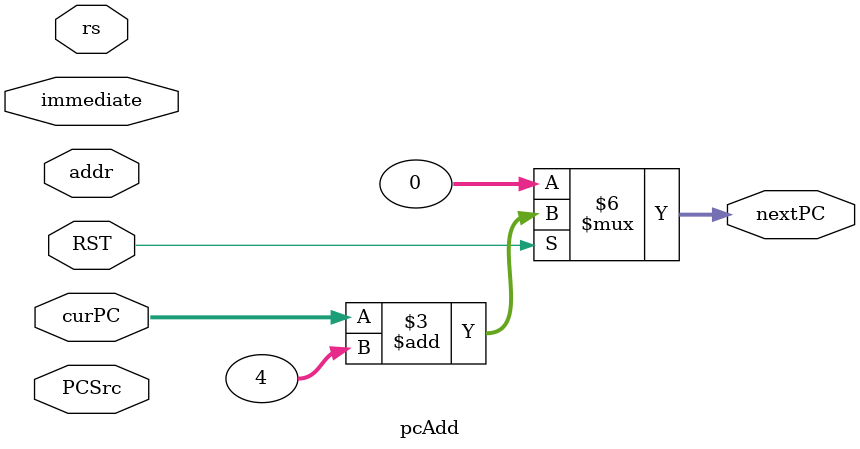
<source format=v>
`timescale 1ns / 1ps
module pcAdd(
    input RST,//å¤ä½ä¿¡å·
    input [1:0] PCSrc,       //ä¸åç¶æçpcè½¬ç§»æ§å¶ä¿¡å·
    input [31:0] immediate,  //åç§»é
    input [25:0] addr,
    input [31:0] curPC,//å½åpc
    input [31:0] rs,
    output reg[31:0] nextPC  //æ°æä»¤å°å
    
    );
    initial begin
        nextPC = 0;
    end

    reg [31:0] pc;
    
    always@(*)
    begin
        if(!RST) begin//å¤ä½çæ
            nextPC = 0;
        end
        else begin//
            pc = curPC + 4;
            /*
            case(PCSrc)
                2'b00: nextPC = curPC + 4;
                2'b01: nextPC = curPC + 4 + immediate * 4;
                2'b10: nextPC = rs;
                2'b11: nextPC = {pc[31:28],addr,2'b00};
            endcase
            */
            nextPC = pc;
        end
    end

endmodule

</source>
